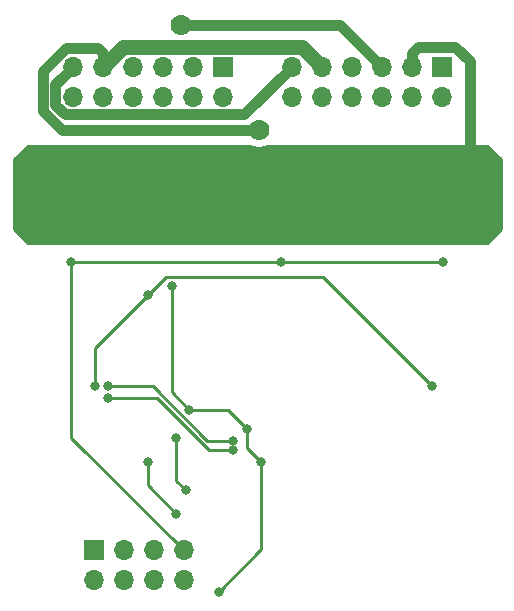
<source format=gbr>
G04 #@! TF.GenerationSoftware,KiCad,Pcbnew,5.1.5-52549c5~86~ubuntu19.04.1*
G04 #@! TF.CreationDate,2020-05-15T20:04:21+10:00*
G04 #@! TF.ProjectId,sid-board-v2,7369642d-626f-4617-9264-2d76322e6b69,rev?*
G04 #@! TF.SameCoordinates,Original*
G04 #@! TF.FileFunction,Copper,L2,Bot*
G04 #@! TF.FilePolarity,Positive*
%FSLAX46Y46*%
G04 Gerber Fmt 4.6, Leading zero omitted, Abs format (unit mm)*
G04 Created by KiCad (PCBNEW 5.1.5-52549c5~86~ubuntu19.04.1) date 2020-05-15 20:04:21*
%MOMM*%
%LPD*%
G04 APERTURE LIST*
%ADD10O,1.700000X1.700000*%
%ADD11R,1.700000X1.700000*%
%ADD12C,0.800000*%
%ADD13C,1.778000*%
%ADD14C,0.250000*%
%ADD15C,0.889000*%
%ADD16C,1.270000*%
%ADD17C,0.254000*%
G04 APERTURE END LIST*
D10*
X84650000Y-81497000D03*
X84650000Y-78957000D03*
X87190000Y-81497000D03*
X87190000Y-78957000D03*
X89730000Y-81497000D03*
X89730000Y-78957000D03*
X92270000Y-81497000D03*
X92270000Y-78957000D03*
X94810000Y-81497000D03*
X94810000Y-78957000D03*
X97350000Y-81497000D03*
D11*
X97350000Y-78957000D03*
D10*
X103150000Y-81497000D03*
X103150000Y-78957000D03*
X105690000Y-81497000D03*
X105690000Y-78957000D03*
X108230000Y-81497000D03*
X108230000Y-78957000D03*
X110770000Y-81497000D03*
X110770000Y-78957000D03*
X113310000Y-81497000D03*
X113310000Y-78957000D03*
X115850000Y-81497000D03*
D11*
X115850000Y-78957000D03*
X86400000Y-119900000D03*
D10*
X86400000Y-122440000D03*
X88940000Y-119900000D03*
X88940000Y-122440000D03*
X91480000Y-119900000D03*
X91480000Y-122440000D03*
X94020000Y-119900000D03*
X94020000Y-122440000D03*
D12*
X102250000Y-95500000D03*
X84500000Y-95500000D03*
X116000000Y-95500000D03*
D13*
X93600000Y-89700000D03*
X108300000Y-89700000D03*
D12*
X81250000Y-89750000D03*
X115989990Y-89710010D03*
X93025000Y-97500000D03*
X94500000Y-108000000D03*
X99400000Y-109600000D03*
X100600000Y-112400000D03*
X97000000Y-123400000D03*
X90975000Y-98275000D03*
X86512500Y-105987500D03*
X115000000Y-106000000D03*
X90975000Y-112400000D03*
X93400000Y-116800000D03*
D13*
X100350000Y-84300000D03*
D12*
X87600000Y-107000000D03*
X98200000Y-111400000D03*
X87625000Y-106000000D03*
X98200000Y-110600000D03*
D13*
X93800000Y-75400000D03*
D12*
X94200000Y-114800000D03*
X93400000Y-110400000D03*
D14*
X95500000Y-95500000D02*
X84500000Y-95500000D01*
X84500000Y-95500000D02*
X84500000Y-95500000D01*
X95500000Y-95500000D02*
X102250000Y-95500000D01*
X102250000Y-95500000D02*
X116000000Y-95500000D01*
X116000000Y-95500000D02*
X116000000Y-95500000D01*
X84500000Y-110380000D02*
X94020000Y-119900000D01*
X84500000Y-95500000D02*
X84500000Y-110380000D01*
D15*
X113310000Y-77754919D02*
X113814919Y-77250000D01*
X113310000Y-78957000D02*
X113310000Y-77754919D01*
X117003102Y-77250000D02*
X118250000Y-78496898D01*
X113814919Y-77250000D02*
X117003102Y-77250000D01*
X118250000Y-78496898D02*
X118250000Y-86250000D01*
D14*
X93025000Y-97500000D02*
X93025000Y-106525000D01*
X93025000Y-106525000D02*
X94500000Y-108000000D01*
X94500000Y-108000000D02*
X97800000Y-108000000D01*
X97800000Y-108000000D02*
X99400000Y-109600000D01*
X99400000Y-109600000D02*
X99400000Y-111200000D01*
X99400000Y-111200000D02*
X100600000Y-112400000D01*
X94500000Y-108000000D02*
X94500000Y-108000000D01*
X99400000Y-109600000D02*
X99400000Y-109600000D01*
X100600000Y-112400000D02*
X100600000Y-112400000D01*
X100600000Y-112400000D02*
X100600000Y-119800000D01*
X100600000Y-119800000D02*
X97000000Y-123400000D01*
X97000000Y-123400000D02*
X97000000Y-123400000D01*
X86512500Y-102737500D02*
X90975000Y-98275000D01*
X86512500Y-105987500D02*
X86512500Y-102737500D01*
X92475001Y-96774999D02*
X105774999Y-96774999D01*
X90975000Y-98275000D02*
X92475001Y-96774999D01*
X105774999Y-96774999D02*
X115000000Y-106000000D01*
X115000000Y-106000000D02*
X115000000Y-106000000D01*
X90975000Y-112400000D02*
X90975000Y-114375000D01*
X90975000Y-114375000D02*
X93400000Y-116800000D01*
X93400000Y-116800000D02*
X93400000Y-116800000D01*
D16*
X104840001Y-78107001D02*
X105690000Y-78957000D01*
X104004999Y-77271999D02*
X104840001Y-78107001D01*
X88875001Y-77271999D02*
X104004999Y-77271999D01*
X87190000Y-78957000D02*
X88875001Y-77271999D01*
D15*
X87190000Y-77754919D02*
X86785081Y-77350000D01*
X87190000Y-78957000D02*
X87190000Y-77754919D01*
X99092765Y-84300000D02*
X100350000Y-84300000D01*
X82066490Y-82665444D02*
X83701046Y-84300000D01*
X83701046Y-84300000D02*
X99092765Y-84300000D01*
X82066489Y-79328649D02*
X82066490Y-82665444D01*
X84045138Y-77350000D02*
X82066489Y-79328649D01*
X86785081Y-77350000D02*
X84045138Y-77350000D01*
D14*
X87600000Y-107000000D02*
X91790588Y-107000000D01*
X91790588Y-107000000D02*
X94495294Y-109704706D01*
X94495294Y-109704706D02*
X96190588Y-111400000D01*
X96190588Y-111400000D02*
X98200000Y-111400000D01*
X98200000Y-111400000D02*
X98200000Y-111400000D01*
X91426998Y-106000000D02*
X96026998Y-110600000D01*
X87625000Y-106000000D02*
X91426998Y-106000000D01*
X96026998Y-110600000D02*
X98200000Y-110600000D01*
X98200000Y-110600000D02*
X98200000Y-110600000D01*
D15*
X83155499Y-82214361D02*
X83155499Y-80451501D01*
X83155499Y-80451501D02*
X83800001Y-79806999D01*
X83932639Y-82991501D02*
X83155499Y-82214361D01*
X103150000Y-78957000D02*
X99115499Y-82991501D01*
X99115499Y-82991501D02*
X83932639Y-82991501D01*
X83800001Y-79806999D02*
X84650000Y-78957000D01*
X107213000Y-75400000D02*
X93800000Y-75400000D01*
X110770000Y-78957000D02*
X107213000Y-75400000D01*
D14*
X93400000Y-114000000D02*
X94200000Y-114800000D01*
X93400000Y-110400000D02*
X93400000Y-114000000D01*
D17*
G36*
X99628115Y-85650551D02*
G01*
X99905466Y-85765434D01*
X100199899Y-85824000D01*
X100500101Y-85824000D01*
X100794534Y-85765434D01*
X101071885Y-85650551D01*
X101107132Y-85627000D01*
X119697394Y-85627000D01*
X120873000Y-86802606D01*
X120873000Y-92697394D01*
X119697394Y-93873000D01*
X80802606Y-93873000D01*
X79627000Y-92697394D01*
X79627000Y-86802606D01*
X80802606Y-85627000D01*
X99592868Y-85627000D01*
X99628115Y-85650551D01*
G37*
X99628115Y-85650551D02*
X99905466Y-85765434D01*
X100199899Y-85824000D01*
X100500101Y-85824000D01*
X100794534Y-85765434D01*
X101071885Y-85650551D01*
X101107132Y-85627000D01*
X119697394Y-85627000D01*
X120873000Y-86802606D01*
X120873000Y-92697394D01*
X119697394Y-93873000D01*
X80802606Y-93873000D01*
X79627000Y-92697394D01*
X79627000Y-86802606D01*
X80802606Y-85627000D01*
X99592868Y-85627000D01*
X99628115Y-85650551D01*
M02*

</source>
